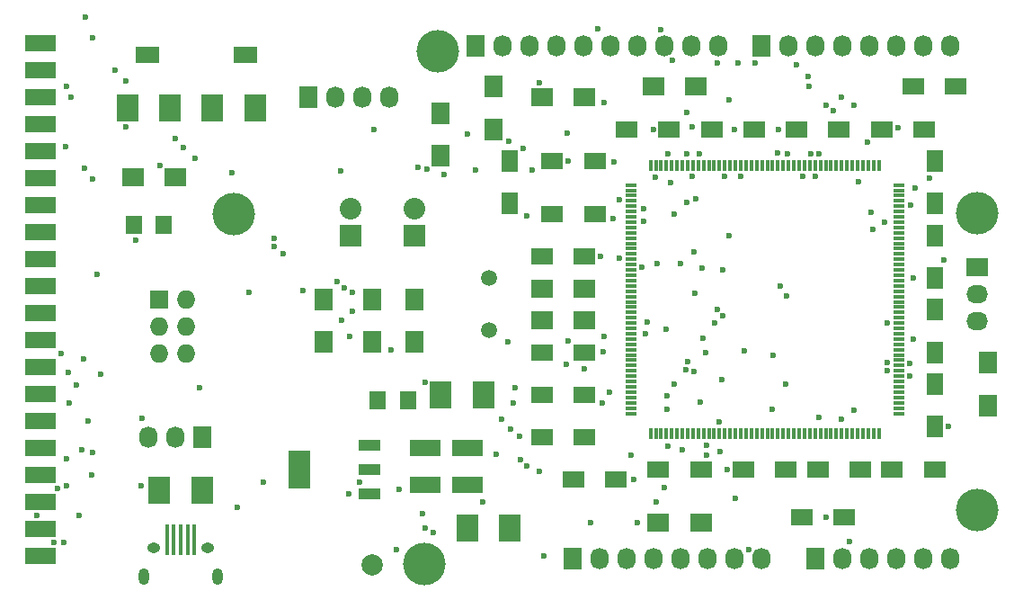
<source format=gts>
%TF.GenerationSoftware,KiCad,Pcbnew,4.0.2+dfsg1-stable*%
%TF.CreationDate,2019-10-13T22:13:11+02:00*%
%TF.ProjectId,stduinof429,73746475696E6F663432392E6B696361,rev?*%
%TF.FileFunction,Soldermask,Top*%
%FSLAX46Y46*%
G04 Gerber Fmt 4.6, Leading zero omitted, Abs format (unit mm)*
G04 Created by KiCad (PCBNEW 4.0.2+dfsg1-stable) date Sun 13 Oct 2019 22:13:11 CEST*
%MOMM*%
G01*
G04 APERTURE LIST*
%ADD10C,0.100000*%
%ADD11R,1.120000X0.300000*%
%ADD12R,0.300000X1.120000*%
%ADD13R,2.032000X2.032000*%
%ADD14O,2.032000X2.032000*%
%ADD15R,2.999740X1.501140*%
%ADD16R,2.000000X2.500000*%
%ADD17R,2.000000X1.600000*%
%ADD18R,1.600000X2.000000*%
%ADD19R,1.597660X1.800860*%
%ADD20R,2.032000X1.727200*%
%ADD21O,2.032000X1.727200*%
%ADD22R,1.700000X2.000000*%
%ADD23R,2.000000X1.700000*%
%ADD24R,2.180000X1.600000*%
%ADD25R,1.727200X2.032000*%
%ADD26O,1.727200X2.032000*%
%ADD27R,2.032000X3.657600*%
%ADD28R,2.032000X1.016000*%
%ADD29C,1.998980*%
%ADD30C,1.500000*%
%ADD31R,1.727200X1.727200*%
%ADD32O,1.727200X1.727200*%
%ADD33C,4.000000*%
%ADD34R,3.000000X1.524000*%
%ADD35R,0.400000X3.000000*%
%ADD36O,1.250000X0.950000*%
%ADD37O,1.000000X1.550000*%
%ADD38C,0.600000*%
G04 APERTURE END LIST*
D10*
D11*
X144378000Y-88615000D03*
X144378000Y-89115000D03*
X144378000Y-89615000D03*
X144378000Y-90115000D03*
X144378000Y-90615000D03*
X144378000Y-91115000D03*
X144378000Y-91615000D03*
X144378000Y-92115000D03*
X144378000Y-92615000D03*
X144378000Y-93115000D03*
X144378000Y-93615000D03*
X144378000Y-94115000D03*
X144378000Y-94615000D03*
X144378000Y-95115000D03*
X144378000Y-95615000D03*
X144378000Y-96115000D03*
X144378000Y-96615000D03*
X144378000Y-97115000D03*
X144378000Y-97615000D03*
X144378000Y-98115000D03*
X144378000Y-98615000D03*
X144378000Y-99115000D03*
X144378000Y-99615000D03*
X144378000Y-100115000D03*
X144378000Y-100615000D03*
X144378000Y-101115000D03*
X144378000Y-101615000D03*
X144378000Y-102115000D03*
X144378000Y-102615000D03*
X144378000Y-103115000D03*
X144378000Y-103615000D03*
X144378000Y-104115000D03*
X144378000Y-104615000D03*
X144378000Y-105115000D03*
X144378000Y-105615000D03*
X144378000Y-106115000D03*
X144378000Y-106615000D03*
X144378000Y-107115000D03*
X144378000Y-107615000D03*
X144378000Y-108115000D03*
X144378000Y-108615000D03*
X144378000Y-109115000D03*
X144378000Y-109615000D03*
X144378000Y-110115000D03*
D12*
X146248000Y-111985000D03*
X146748000Y-111985000D03*
X147248000Y-111985000D03*
X147748000Y-111985000D03*
X148248000Y-111985000D03*
X148748000Y-111985000D03*
X149248000Y-111985000D03*
X149748000Y-111985000D03*
X150248000Y-111985000D03*
X150748000Y-111985000D03*
X151248000Y-111985000D03*
X151748000Y-111985000D03*
X152248000Y-111985000D03*
X152748000Y-111985000D03*
X153248000Y-111985000D03*
X153748000Y-111985000D03*
X154248000Y-111985000D03*
X154748000Y-111985000D03*
X155248000Y-111985000D03*
X155748000Y-111985000D03*
X156248000Y-111985000D03*
X156748000Y-111985000D03*
X157248000Y-111985000D03*
X157748000Y-111985000D03*
X158248000Y-111985000D03*
X158748000Y-111985000D03*
X159248000Y-111985000D03*
X159748000Y-111985000D03*
X160248000Y-111985000D03*
X160748000Y-111985000D03*
X161248000Y-111985000D03*
X161748000Y-111985000D03*
X162248000Y-111985000D03*
X162748000Y-111985000D03*
X163248000Y-111985000D03*
X163748000Y-111985000D03*
X164248000Y-111985000D03*
X164748000Y-111985000D03*
X165248000Y-111985000D03*
X165748000Y-111985000D03*
X166248000Y-111985000D03*
X166748000Y-111985000D03*
X167248000Y-111985000D03*
X167748000Y-111985000D03*
D11*
X169618000Y-110115000D03*
X169618000Y-109615000D03*
X169618000Y-109115000D03*
X169618000Y-108615000D03*
X169618000Y-108115000D03*
X169618000Y-107615000D03*
X169618000Y-107115000D03*
X169618000Y-106615000D03*
X169618000Y-106115000D03*
X169618000Y-105615000D03*
X169618000Y-105115000D03*
X169618000Y-104615000D03*
X169618000Y-104115000D03*
X169618000Y-103615000D03*
X169618000Y-103115000D03*
X169618000Y-102615000D03*
X169618000Y-102115000D03*
X169618000Y-101615000D03*
X169618000Y-101115000D03*
X169618000Y-100615000D03*
X169618000Y-100115000D03*
X169618000Y-99615000D03*
X169618000Y-99115000D03*
X169618000Y-98615000D03*
X169618000Y-98115000D03*
X169618000Y-97615000D03*
X169618000Y-97115000D03*
X169618000Y-96615000D03*
X169618000Y-96115000D03*
X169618000Y-95615000D03*
X169618000Y-95115000D03*
X169618000Y-94615000D03*
X169618000Y-94115000D03*
X169618000Y-93615000D03*
X169618000Y-93115000D03*
X169618000Y-92615000D03*
X169618000Y-92115000D03*
X169618000Y-91615000D03*
X169618000Y-91115000D03*
X169618000Y-90615000D03*
X169618000Y-90115000D03*
X169618000Y-89615000D03*
X169618000Y-89115000D03*
X169618000Y-88615000D03*
D12*
X167748000Y-86745000D03*
X167248000Y-86745000D03*
X166748000Y-86745000D03*
X166248000Y-86745000D03*
X165748000Y-86745000D03*
X165248000Y-86745000D03*
X164748000Y-86745000D03*
X164248000Y-86745000D03*
X163748000Y-86745000D03*
X163248000Y-86745000D03*
X162748000Y-86745000D03*
X162248000Y-86745000D03*
X161748000Y-86745000D03*
X161248000Y-86745000D03*
X160748000Y-86745000D03*
X160248000Y-86745000D03*
X159748000Y-86745000D03*
X159248000Y-86745000D03*
X158748000Y-86745000D03*
X158248000Y-86745000D03*
X157748000Y-86745000D03*
X157248000Y-86745000D03*
X156748000Y-86745000D03*
X156248000Y-86745000D03*
X155748000Y-86745000D03*
X155248000Y-86745000D03*
X154748000Y-86745000D03*
X154248000Y-86745000D03*
X153748000Y-86745000D03*
X153248000Y-86745000D03*
X152748000Y-86745000D03*
X152248000Y-86745000D03*
X151748000Y-86745000D03*
X151248000Y-86745000D03*
X150748000Y-86745000D03*
X150248000Y-86745000D03*
X149748000Y-86745000D03*
X149248000Y-86745000D03*
X148748000Y-86745000D03*
X148248000Y-86745000D03*
X147748000Y-86745000D03*
X147248000Y-86745000D03*
X146748000Y-86745000D03*
X146248000Y-86745000D03*
D13*
X117998000Y-93365000D03*
D14*
X117998000Y-90825000D03*
D13*
X123998000Y-93365000D03*
D14*
X123998000Y-90825000D03*
D15*
X128996980Y-113365000D03*
X124999020Y-113365000D03*
X128996980Y-116865000D03*
X124999020Y-116865000D03*
D16*
X128998000Y-120865000D03*
X132998000Y-120865000D03*
X100998000Y-81365000D03*
X96998000Y-81365000D03*
D17*
X135998000Y-95365000D03*
X139998000Y-95365000D03*
X135998000Y-104365000D03*
X139998000Y-104365000D03*
X170998000Y-79365000D03*
X174998000Y-79365000D03*
X160498000Y-119865000D03*
X164498000Y-119865000D03*
D18*
X132998000Y-86365000D03*
X132998000Y-90365000D03*
D17*
X136998000Y-91365000D03*
X140998000Y-91365000D03*
X136998000Y-86365000D03*
X140998000Y-86365000D03*
X143998000Y-83365000D03*
X147998000Y-83365000D03*
X155998000Y-83365000D03*
X151998000Y-83365000D03*
X159998000Y-83365000D03*
X163998000Y-83365000D03*
X171998000Y-83365000D03*
X167998000Y-83365000D03*
D18*
X172998000Y-90365000D03*
X172998000Y-86365000D03*
X172998000Y-93365000D03*
X172998000Y-97365000D03*
X172998000Y-100365000D03*
X172998000Y-104365000D03*
X172998000Y-111365000D03*
X172998000Y-107365000D03*
D17*
X168998000Y-115365000D03*
X172998000Y-115365000D03*
X165998000Y-115365000D03*
X161998000Y-115365000D03*
X154998000Y-115365000D03*
X158998000Y-115365000D03*
X150998000Y-115365000D03*
X146998000Y-115365000D03*
X135998000Y-108365000D03*
X139998000Y-108365000D03*
X135998000Y-112365000D03*
X139998000Y-112365000D03*
X138998000Y-116365000D03*
X142998000Y-116365000D03*
D19*
X123417860Y-108865000D03*
X120578140Y-108865000D03*
X100417860Y-92365000D03*
X97578140Y-92365000D03*
D20*
X176998000Y-96365000D03*
D21*
X176998000Y-98905000D03*
X176998000Y-101445000D03*
D16*
X130498000Y-108365000D03*
X126498000Y-108365000D03*
X108998000Y-81365000D03*
X104998000Y-81365000D03*
D22*
X123998000Y-99365000D03*
X123998000Y-103365000D03*
X119998000Y-103365000D03*
X119998000Y-99365000D03*
D23*
X150498000Y-79365000D03*
X146498000Y-79365000D03*
D22*
X115498000Y-103365000D03*
X115498000Y-99365000D03*
D23*
X139998000Y-80365000D03*
X135998000Y-80365000D03*
X97498000Y-87865000D03*
X101498000Y-87865000D03*
D24*
X98908000Y-76365000D03*
X108088000Y-76365000D03*
D25*
X113998000Y-80365000D03*
D26*
X116538000Y-80365000D03*
X119078000Y-80365000D03*
X121618000Y-80365000D03*
D27*
X113196000Y-115365000D03*
D28*
X119800000Y-115365000D03*
X119800000Y-113079000D03*
X119800000Y-117651000D03*
D29*
X119998000Y-124365000D03*
D30*
X130998000Y-97365000D03*
X130998000Y-102245000D03*
D31*
X99998000Y-99365000D03*
D32*
X102538000Y-99365000D03*
X99998000Y-101905000D03*
X102538000Y-101905000D03*
X99998000Y-104445000D03*
X102538000Y-104445000D03*
D23*
X139998000Y-98365000D03*
X135998000Y-98365000D03*
X139998000Y-101365000D03*
X135998000Y-101365000D03*
D22*
X131498000Y-79365000D03*
X131498000Y-83365000D03*
X126498000Y-81865000D03*
X126498000Y-85865000D03*
D23*
X146998000Y-120365000D03*
X150998000Y-120365000D03*
D22*
X177998000Y-109365000D03*
X177998000Y-105365000D03*
D25*
X138938000Y-123825000D03*
D26*
X141478000Y-123825000D03*
X144018000Y-123825000D03*
X146558000Y-123825000D03*
X149098000Y-123825000D03*
X151638000Y-123825000D03*
X154178000Y-123825000D03*
X156718000Y-123825000D03*
D25*
X161798000Y-123825000D03*
D26*
X164338000Y-123825000D03*
X166878000Y-123825000D03*
X169418000Y-123825000D03*
X171958000Y-123825000D03*
X174498000Y-123825000D03*
D25*
X129794000Y-75565000D03*
D26*
X132334000Y-75565000D03*
X134874000Y-75565000D03*
X137414000Y-75565000D03*
X139954000Y-75565000D03*
X142494000Y-75565000D03*
X145034000Y-75565000D03*
X147574000Y-75565000D03*
X150114000Y-75565000D03*
X152654000Y-75565000D03*
D25*
X156718000Y-75565000D03*
D26*
X159258000Y-75565000D03*
X161798000Y-75565000D03*
X164338000Y-75565000D03*
X166878000Y-75565000D03*
X169418000Y-75565000D03*
X171958000Y-75565000D03*
X174498000Y-75565000D03*
D33*
X124968000Y-124333000D03*
X177038000Y-119253000D03*
X126238000Y-76073000D03*
X177038000Y-91313000D03*
X106998000Y-91357000D03*
D34*
X88776000Y-123495000D03*
X88776000Y-120955000D03*
X88776000Y-118415000D03*
X88776000Y-115875000D03*
X88776000Y-113335000D03*
X88776000Y-110795000D03*
X88776000Y-108255000D03*
X88776000Y-105715000D03*
X88776000Y-103175000D03*
X88776000Y-100635000D03*
X88776000Y-98095000D03*
X88776000Y-95555000D03*
X88776000Y-93015000D03*
X88776000Y-90475000D03*
X88776000Y-87935000D03*
X88776000Y-85395000D03*
X88776000Y-82855000D03*
X88776000Y-80315000D03*
X88776000Y-77775000D03*
X88776000Y-75235000D03*
D16*
X99998000Y-117365000D03*
X103998000Y-117365000D03*
D35*
X100692440Y-121974860D03*
X101347100Y-121975000D03*
X101997100Y-121975000D03*
X102647100Y-121975000D03*
X103297100Y-121975000D03*
D36*
X99497100Y-122802460D03*
X104497100Y-122802460D03*
D37*
X98497100Y-125502460D03*
X105497100Y-125502460D03*
D25*
X103998000Y-112365000D03*
D26*
X101458000Y-112365000D03*
X98918000Y-112365000D03*
D38*
X174299800Y-111365000D03*
X138510000Y-103280600D03*
X133974400Y-114439300D03*
X165852300Y-88284000D03*
X166992300Y-91181200D03*
X158471500Y-98115000D03*
X157687600Y-109769400D03*
X145443000Y-96313200D03*
X97726300Y-93788800D03*
X96811300Y-83127000D03*
X103746800Y-107667000D03*
X117829300Y-117651000D03*
X131686400Y-113968300D03*
X129798200Y-87183700D03*
X134592900Y-91501700D03*
X133078300Y-111606000D03*
X133317800Y-109121000D03*
X92184900Y-107441800D03*
X138504400Y-86365000D03*
X138414500Y-83730900D03*
X141507900Y-95365000D03*
X153487600Y-115365000D03*
X158273600Y-83365000D03*
X158190900Y-85607200D03*
X125202000Y-87162700D03*
X146764200Y-118438200D03*
X151461300Y-104381800D03*
X155043000Y-104229600D03*
X141247400Y-73899800D03*
X132777600Y-103416300D03*
X166672600Y-84566300D03*
X168306500Y-92115000D03*
X162796900Y-119865000D03*
X164248000Y-110687900D03*
X122589000Y-117264100D03*
X165410700Y-81146700D03*
X169522900Y-83256600D03*
X143301500Y-90001100D03*
X147922500Y-85681900D03*
X170756100Y-90480400D03*
X171005500Y-97365000D03*
X171007900Y-103115000D03*
X118869100Y-116605200D03*
X124801500Y-119520800D03*
X143297200Y-95536200D03*
X141914100Y-80872600D03*
X142820400Y-86476800D03*
X144688400Y-116365000D03*
X146493500Y-83365000D03*
X165391200Y-109838900D03*
X147853800Y-113233600D03*
X164214000Y-80390700D03*
X154162200Y-83365000D03*
X153685600Y-80631900D03*
X173903600Y-95646500D03*
X135780800Y-79011800D03*
X163440400Y-81595600D03*
X149632300Y-85676900D03*
X149629500Y-81757000D03*
X128994300Y-83834400D03*
X126779500Y-87613100D03*
X113522700Y-98565000D03*
X148151200Y-88419800D03*
X146878400Y-96039500D03*
X159105400Y-99064700D03*
X154272100Y-118140800D03*
X150428300Y-98789300D03*
X153090500Y-100938700D03*
X149244800Y-113515800D03*
X148346400Y-76906400D03*
X151526800Y-114016400D03*
X142382400Y-108115000D03*
X154746400Y-87805900D03*
X159132600Y-85664000D03*
X160560800Y-87817500D03*
X161147600Y-79336800D03*
X161311600Y-85661200D03*
X159961700Y-77274100D03*
X161748000Y-87812400D03*
X161055400Y-78369500D03*
X162112000Y-85664600D03*
X117920200Y-102909600D03*
X135773300Y-115585700D03*
X147543700Y-117093100D03*
X152721400Y-110915800D03*
X117406800Y-98301400D03*
X132188400Y-110635700D03*
X162770800Y-81088700D03*
X167205700Y-92795300D03*
X120220500Y-83435300D03*
X110834100Y-94437300D03*
X142763100Y-91813700D03*
X110780300Y-93606700D03*
X117082900Y-87304100D03*
X103368500Y-86123100D03*
X106822500Y-87450900D03*
X155474100Y-122977200D03*
X158973400Y-107346700D03*
X122346100Y-122908400D03*
X149728200Y-105234400D03*
X136242200Y-123545100D03*
X149568800Y-106034700D03*
X140648700Y-120366200D03*
X150369300Y-106145900D03*
X93280600Y-110795000D03*
X151537900Y-113077800D03*
X93012600Y-72823700D03*
X152552000Y-77117600D03*
X152771800Y-113684800D03*
X88424900Y-119685000D03*
X92397000Y-119685000D03*
X93602000Y-115950200D03*
X125769800Y-121333200D03*
X147802500Y-109724400D03*
X90405100Y-117147800D03*
X125021200Y-120870200D03*
X147797900Y-108438500D03*
X91215100Y-79346900D03*
X96833400Y-78843800D03*
X172559800Y-87929200D03*
X171150800Y-88926000D03*
X162136700Y-110477700D03*
X98320700Y-110543900D03*
X144448700Y-114036000D03*
X148520100Y-107391800D03*
X91267600Y-116935300D03*
X98245300Y-116935300D03*
X168515800Y-101615000D03*
X91255900Y-114424200D03*
X93727900Y-113798900D03*
X130475500Y-118445200D03*
X151168300Y-103006500D03*
X91499500Y-109155200D03*
X133925400Y-112272700D03*
X147737400Y-102159000D03*
X91436600Y-106294100D03*
X124992500Y-107197900D03*
X145738500Y-102659300D03*
X90732500Y-104445000D03*
X92836100Y-105013400D03*
X152583900Y-100313400D03*
X133457600Y-107721100D03*
X151146100Y-96417900D03*
X94484300Y-106401700D03*
X153030400Y-96615000D03*
X141751800Y-104323000D03*
X149089600Y-95976300D03*
X140029400Y-105956600D03*
X150351800Y-94929400D03*
X153661000Y-93395300D03*
X145620600Y-92006400D03*
X145635200Y-90834700D03*
X94108100Y-97011300D03*
X116756900Y-97670100D03*
X148511600Y-91322200D03*
X138334200Y-105506300D03*
X149687600Y-90246500D03*
X141849700Y-102882700D03*
X150488000Y-89948300D03*
X111683800Y-95099700D03*
X124349400Y-86915500D03*
X95836300Y-77775000D03*
X132892000Y-84490400D03*
X91640200Y-80315000D03*
X93733800Y-74803400D03*
X147183700Y-74035100D03*
X153207900Y-87807000D03*
X101507300Y-84279200D03*
X134297900Y-85134900D03*
X150890400Y-85659000D03*
X118179200Y-98691700D03*
X93697600Y-88079500D03*
X92900000Y-87021800D03*
X100036700Y-86756800D03*
X146686400Y-87848400D03*
X91151100Y-85027900D03*
X102258300Y-85067800D03*
X135076800Y-87185100D03*
X118172300Y-100540300D03*
X145931400Y-101540300D03*
X152293300Y-101564100D03*
X150959800Y-109063800D03*
X121841100Y-104115300D03*
X141686900Y-109115000D03*
X108464000Y-98688200D03*
X117146500Y-101350200D03*
X134615600Y-115092300D03*
X150154400Y-83183900D03*
X150205200Y-87830100D03*
X145017300Y-120365000D03*
X152981200Y-106940800D03*
X170687000Y-106615000D03*
X168542700Y-106115000D03*
X164973000Y-122179100D03*
X170694000Y-105424300D03*
X168557000Y-105290700D03*
X157808600Y-104615000D03*
X154453300Y-77106400D03*
X156079000Y-77106400D03*
X107311200Y-118956600D03*
X109751400Y-116605200D03*
X90058900Y-122225000D03*
X91012700Y-122225000D03*
X92661300Y-113555600D03*
M02*

</source>
